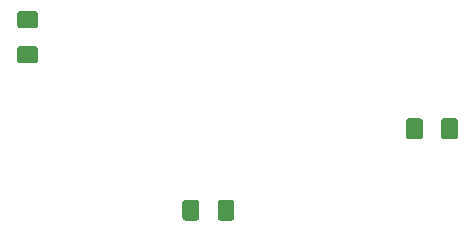
<source format=gbr>
G04 #@! TF.GenerationSoftware,KiCad,Pcbnew,(5.1.5-0-10_14)*
G04 #@! TF.CreationDate,2020-06-28T15:17:39+02:00*
G04 #@! TF.ProjectId,ESP8266-PowerMonitor,45535038-3236-4362-9d50-6f7765724d6f,rev?*
G04 #@! TF.SameCoordinates,Original*
G04 #@! TF.FileFunction,Paste,Bot*
G04 #@! TF.FilePolarity,Positive*
%FSLAX46Y46*%
G04 Gerber Fmt 4.6, Leading zero omitted, Abs format (unit mm)*
G04 Created by KiCad (PCBNEW (5.1.5-0-10_14)) date 2020-06-28 15:17:39*
%MOMM*%
%LPD*%
G04 APERTURE LIST*
%ADD10C,1.000000*%
G04 APERTURE END LIST*
D10*
G36*
X153712004Y-114676204D02*
G01*
X153736273Y-114679804D01*
X153760071Y-114685765D01*
X153783171Y-114694030D01*
X153805349Y-114704520D01*
X153826393Y-114717133D01*
X153846098Y-114731747D01*
X153864277Y-114748223D01*
X153880753Y-114766402D01*
X153895367Y-114786107D01*
X153907980Y-114807151D01*
X153918470Y-114829329D01*
X153926735Y-114852429D01*
X153932696Y-114876227D01*
X153936296Y-114900496D01*
X153937500Y-114925000D01*
X153937500Y-116175000D01*
X153936296Y-116199504D01*
X153932696Y-116223773D01*
X153926735Y-116247571D01*
X153918470Y-116270671D01*
X153907980Y-116292849D01*
X153895367Y-116313893D01*
X153880753Y-116333598D01*
X153864277Y-116351777D01*
X153846098Y-116368253D01*
X153826393Y-116382867D01*
X153805349Y-116395480D01*
X153783171Y-116405970D01*
X153760071Y-116414235D01*
X153736273Y-116420196D01*
X153712004Y-116423796D01*
X153687500Y-116425000D01*
X152762500Y-116425000D01*
X152737996Y-116423796D01*
X152713727Y-116420196D01*
X152689929Y-116414235D01*
X152666829Y-116405970D01*
X152644651Y-116395480D01*
X152623607Y-116382867D01*
X152603902Y-116368253D01*
X152585723Y-116351777D01*
X152569247Y-116333598D01*
X152554633Y-116313893D01*
X152542020Y-116292849D01*
X152531530Y-116270671D01*
X152523265Y-116247571D01*
X152517304Y-116223773D01*
X152513704Y-116199504D01*
X152512500Y-116175000D01*
X152512500Y-114925000D01*
X152513704Y-114900496D01*
X152517304Y-114876227D01*
X152523265Y-114852429D01*
X152531530Y-114829329D01*
X152542020Y-114807151D01*
X152554633Y-114786107D01*
X152569247Y-114766402D01*
X152585723Y-114748223D01*
X152603902Y-114731747D01*
X152623607Y-114717133D01*
X152644651Y-114704520D01*
X152666829Y-114694030D01*
X152689929Y-114685765D01*
X152713727Y-114679804D01*
X152737996Y-114676204D01*
X152762500Y-114675000D01*
X153687500Y-114675000D01*
X153712004Y-114676204D01*
G37*
G36*
X156687004Y-114676204D02*
G01*
X156711273Y-114679804D01*
X156735071Y-114685765D01*
X156758171Y-114694030D01*
X156780349Y-114704520D01*
X156801393Y-114717133D01*
X156821098Y-114731747D01*
X156839277Y-114748223D01*
X156855753Y-114766402D01*
X156870367Y-114786107D01*
X156882980Y-114807151D01*
X156893470Y-114829329D01*
X156901735Y-114852429D01*
X156907696Y-114876227D01*
X156911296Y-114900496D01*
X156912500Y-114925000D01*
X156912500Y-116175000D01*
X156911296Y-116199504D01*
X156907696Y-116223773D01*
X156901735Y-116247571D01*
X156893470Y-116270671D01*
X156882980Y-116292849D01*
X156870367Y-116313893D01*
X156855753Y-116333598D01*
X156839277Y-116351777D01*
X156821098Y-116368253D01*
X156801393Y-116382867D01*
X156780349Y-116395480D01*
X156758171Y-116405970D01*
X156735071Y-116414235D01*
X156711273Y-116420196D01*
X156687004Y-116423796D01*
X156662500Y-116425000D01*
X155737500Y-116425000D01*
X155712996Y-116423796D01*
X155688727Y-116420196D01*
X155664929Y-116414235D01*
X155641829Y-116405970D01*
X155619651Y-116395480D01*
X155598607Y-116382867D01*
X155578902Y-116368253D01*
X155560723Y-116351777D01*
X155544247Y-116333598D01*
X155529633Y-116313893D01*
X155517020Y-116292849D01*
X155506530Y-116270671D01*
X155498265Y-116247571D01*
X155492304Y-116223773D01*
X155488704Y-116199504D01*
X155487500Y-116175000D01*
X155487500Y-114925000D01*
X155488704Y-114900496D01*
X155492304Y-114876227D01*
X155498265Y-114852429D01*
X155506530Y-114829329D01*
X155517020Y-114807151D01*
X155529633Y-114786107D01*
X155544247Y-114766402D01*
X155560723Y-114748223D01*
X155578902Y-114731747D01*
X155598607Y-114717133D01*
X155619651Y-114704520D01*
X155641829Y-114694030D01*
X155664929Y-114685765D01*
X155688727Y-114679804D01*
X155712996Y-114676204D01*
X155737500Y-114675000D01*
X156662500Y-114675000D01*
X156687004Y-114676204D01*
G37*
G36*
X175612004Y-107776204D02*
G01*
X175636273Y-107779804D01*
X175660071Y-107785765D01*
X175683171Y-107794030D01*
X175705349Y-107804520D01*
X175726393Y-107817133D01*
X175746098Y-107831747D01*
X175764277Y-107848223D01*
X175780753Y-107866402D01*
X175795367Y-107886107D01*
X175807980Y-107907151D01*
X175818470Y-107929329D01*
X175826735Y-107952429D01*
X175832696Y-107976227D01*
X175836296Y-108000496D01*
X175837500Y-108025000D01*
X175837500Y-109275000D01*
X175836296Y-109299504D01*
X175832696Y-109323773D01*
X175826735Y-109347571D01*
X175818470Y-109370671D01*
X175807980Y-109392849D01*
X175795367Y-109413893D01*
X175780753Y-109433598D01*
X175764277Y-109451777D01*
X175746098Y-109468253D01*
X175726393Y-109482867D01*
X175705349Y-109495480D01*
X175683171Y-109505970D01*
X175660071Y-109514235D01*
X175636273Y-109520196D01*
X175612004Y-109523796D01*
X175587500Y-109525000D01*
X174662500Y-109525000D01*
X174637996Y-109523796D01*
X174613727Y-109520196D01*
X174589929Y-109514235D01*
X174566829Y-109505970D01*
X174544651Y-109495480D01*
X174523607Y-109482867D01*
X174503902Y-109468253D01*
X174485723Y-109451777D01*
X174469247Y-109433598D01*
X174454633Y-109413893D01*
X174442020Y-109392849D01*
X174431530Y-109370671D01*
X174423265Y-109347571D01*
X174417304Y-109323773D01*
X174413704Y-109299504D01*
X174412500Y-109275000D01*
X174412500Y-108025000D01*
X174413704Y-108000496D01*
X174417304Y-107976227D01*
X174423265Y-107952429D01*
X174431530Y-107929329D01*
X174442020Y-107907151D01*
X174454633Y-107886107D01*
X174469247Y-107866402D01*
X174485723Y-107848223D01*
X174503902Y-107831747D01*
X174523607Y-107817133D01*
X174544651Y-107804520D01*
X174566829Y-107794030D01*
X174589929Y-107785765D01*
X174613727Y-107779804D01*
X174637996Y-107776204D01*
X174662500Y-107775000D01*
X175587500Y-107775000D01*
X175612004Y-107776204D01*
G37*
G36*
X172637004Y-107776204D02*
G01*
X172661273Y-107779804D01*
X172685071Y-107785765D01*
X172708171Y-107794030D01*
X172730349Y-107804520D01*
X172751393Y-107817133D01*
X172771098Y-107831747D01*
X172789277Y-107848223D01*
X172805753Y-107866402D01*
X172820367Y-107886107D01*
X172832980Y-107907151D01*
X172843470Y-107929329D01*
X172851735Y-107952429D01*
X172857696Y-107976227D01*
X172861296Y-108000496D01*
X172862500Y-108025000D01*
X172862500Y-109275000D01*
X172861296Y-109299504D01*
X172857696Y-109323773D01*
X172851735Y-109347571D01*
X172843470Y-109370671D01*
X172832980Y-109392849D01*
X172820367Y-109413893D01*
X172805753Y-109433598D01*
X172789277Y-109451777D01*
X172771098Y-109468253D01*
X172751393Y-109482867D01*
X172730349Y-109495480D01*
X172708171Y-109505970D01*
X172685071Y-109514235D01*
X172661273Y-109520196D01*
X172637004Y-109523796D01*
X172612500Y-109525000D01*
X171687500Y-109525000D01*
X171662996Y-109523796D01*
X171638727Y-109520196D01*
X171614929Y-109514235D01*
X171591829Y-109505970D01*
X171569651Y-109495480D01*
X171548607Y-109482867D01*
X171528902Y-109468253D01*
X171510723Y-109451777D01*
X171494247Y-109433598D01*
X171479633Y-109413893D01*
X171467020Y-109392849D01*
X171456530Y-109370671D01*
X171448265Y-109347571D01*
X171442304Y-109323773D01*
X171438704Y-109299504D01*
X171437500Y-109275000D01*
X171437500Y-108025000D01*
X171438704Y-108000496D01*
X171442304Y-107976227D01*
X171448265Y-107952429D01*
X171456530Y-107929329D01*
X171467020Y-107907151D01*
X171479633Y-107886107D01*
X171494247Y-107866402D01*
X171510723Y-107848223D01*
X171528902Y-107831747D01*
X171548607Y-107817133D01*
X171569651Y-107804520D01*
X171591829Y-107794030D01*
X171614929Y-107785765D01*
X171638727Y-107779804D01*
X171662996Y-107776204D01*
X171687500Y-107775000D01*
X172612500Y-107775000D01*
X172637004Y-107776204D01*
G37*
G36*
X140049504Y-101676204D02*
G01*
X140073773Y-101679804D01*
X140097571Y-101685765D01*
X140120671Y-101694030D01*
X140142849Y-101704520D01*
X140163893Y-101717133D01*
X140183598Y-101731747D01*
X140201777Y-101748223D01*
X140218253Y-101766402D01*
X140232867Y-101786107D01*
X140245480Y-101807151D01*
X140255970Y-101829329D01*
X140264235Y-101852429D01*
X140270196Y-101876227D01*
X140273796Y-101900496D01*
X140275000Y-101925000D01*
X140275000Y-102850000D01*
X140273796Y-102874504D01*
X140270196Y-102898773D01*
X140264235Y-102922571D01*
X140255970Y-102945671D01*
X140245480Y-102967849D01*
X140232867Y-102988893D01*
X140218253Y-103008598D01*
X140201777Y-103026777D01*
X140183598Y-103043253D01*
X140163893Y-103057867D01*
X140142849Y-103070480D01*
X140120671Y-103080970D01*
X140097571Y-103089235D01*
X140073773Y-103095196D01*
X140049504Y-103098796D01*
X140025000Y-103100000D01*
X138775000Y-103100000D01*
X138750496Y-103098796D01*
X138726227Y-103095196D01*
X138702429Y-103089235D01*
X138679329Y-103080970D01*
X138657151Y-103070480D01*
X138636107Y-103057867D01*
X138616402Y-103043253D01*
X138598223Y-103026777D01*
X138581747Y-103008598D01*
X138567133Y-102988893D01*
X138554520Y-102967849D01*
X138544030Y-102945671D01*
X138535765Y-102922571D01*
X138529804Y-102898773D01*
X138526204Y-102874504D01*
X138525000Y-102850000D01*
X138525000Y-101925000D01*
X138526204Y-101900496D01*
X138529804Y-101876227D01*
X138535765Y-101852429D01*
X138544030Y-101829329D01*
X138554520Y-101807151D01*
X138567133Y-101786107D01*
X138581747Y-101766402D01*
X138598223Y-101748223D01*
X138616402Y-101731747D01*
X138636107Y-101717133D01*
X138657151Y-101704520D01*
X138679329Y-101694030D01*
X138702429Y-101685765D01*
X138726227Y-101679804D01*
X138750496Y-101676204D01*
X138775000Y-101675000D01*
X140025000Y-101675000D01*
X140049504Y-101676204D01*
G37*
G36*
X140049504Y-98701204D02*
G01*
X140073773Y-98704804D01*
X140097571Y-98710765D01*
X140120671Y-98719030D01*
X140142849Y-98729520D01*
X140163893Y-98742133D01*
X140183598Y-98756747D01*
X140201777Y-98773223D01*
X140218253Y-98791402D01*
X140232867Y-98811107D01*
X140245480Y-98832151D01*
X140255970Y-98854329D01*
X140264235Y-98877429D01*
X140270196Y-98901227D01*
X140273796Y-98925496D01*
X140275000Y-98950000D01*
X140275000Y-99875000D01*
X140273796Y-99899504D01*
X140270196Y-99923773D01*
X140264235Y-99947571D01*
X140255970Y-99970671D01*
X140245480Y-99992849D01*
X140232867Y-100013893D01*
X140218253Y-100033598D01*
X140201777Y-100051777D01*
X140183598Y-100068253D01*
X140163893Y-100082867D01*
X140142849Y-100095480D01*
X140120671Y-100105970D01*
X140097571Y-100114235D01*
X140073773Y-100120196D01*
X140049504Y-100123796D01*
X140025000Y-100125000D01*
X138775000Y-100125000D01*
X138750496Y-100123796D01*
X138726227Y-100120196D01*
X138702429Y-100114235D01*
X138679329Y-100105970D01*
X138657151Y-100095480D01*
X138636107Y-100082867D01*
X138616402Y-100068253D01*
X138598223Y-100051777D01*
X138581747Y-100033598D01*
X138567133Y-100013893D01*
X138554520Y-99992849D01*
X138544030Y-99970671D01*
X138535765Y-99947571D01*
X138529804Y-99923773D01*
X138526204Y-99899504D01*
X138525000Y-99875000D01*
X138525000Y-98950000D01*
X138526204Y-98925496D01*
X138529804Y-98901227D01*
X138535765Y-98877429D01*
X138544030Y-98854329D01*
X138554520Y-98832151D01*
X138567133Y-98811107D01*
X138581747Y-98791402D01*
X138598223Y-98773223D01*
X138616402Y-98756747D01*
X138636107Y-98742133D01*
X138657151Y-98729520D01*
X138679329Y-98719030D01*
X138702429Y-98710765D01*
X138726227Y-98704804D01*
X138750496Y-98701204D01*
X138775000Y-98700000D01*
X140025000Y-98700000D01*
X140049504Y-98701204D01*
G37*
M02*

</source>
